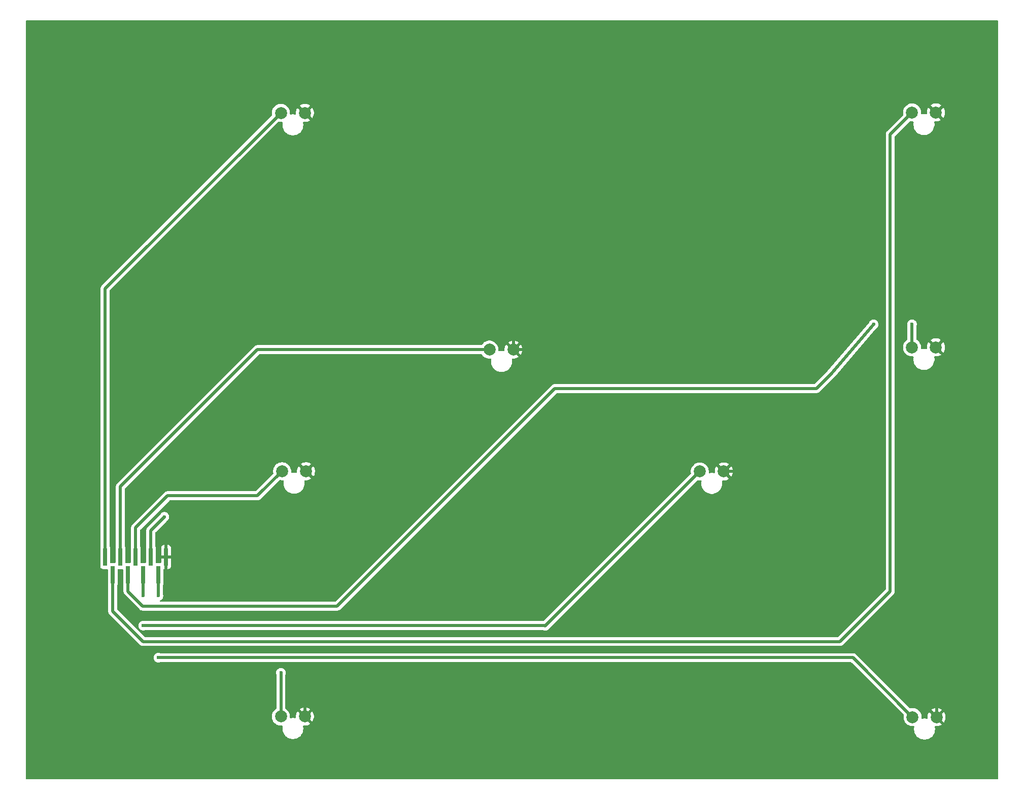
<source format=gbr>
%TF.GenerationSoftware,KiCad,Pcbnew,9.0.2*%
%TF.CreationDate,2025-06-04T15:30:10+02:00*%
%TF.ProjectId,Temp_Sensor_Circuit_Side2,54656d70-5f53-4656-9e73-6f725f436972,rev?*%
%TF.SameCoordinates,Original*%
%TF.FileFunction,Copper,L1,Top*%
%TF.FilePolarity,Positive*%
%FSLAX46Y46*%
G04 Gerber Fmt 4.6, Leading zero omitted, Abs format (unit mm)*
G04 Created by KiCad (PCBNEW 9.0.2) date 2025-06-04 15:30:10*
%MOMM*%
%LPD*%
G01*
G04 APERTURE LIST*
%TA.AperFunction,SMDPad,CuDef*%
%ADD10C,2.000000*%
%TD*%
%TA.AperFunction,SMDPad,CuDef*%
%ADD11R,0.650000X3.000000*%
%TD*%
%TA.AperFunction,ViaPad*%
%ADD12C,0.600000*%
%TD*%
%TA.AperFunction,Conductor*%
%ADD13C,0.500000*%
%TD*%
%TA.AperFunction,Conductor*%
%ADD14C,0.200000*%
%TD*%
G04 APERTURE END LIST*
D10*
%TO.P,U7,1*%
%TO.N,Net-(J2-Pin_3)*%
X78500000Y-154537500D03*
%TO.P,U7,2*%
%TO.N,GND*%
X82500000Y-154537500D03*
%TD*%
%TO.P,U8,1*%
%TO.N,Net-(J2-Pin_2)*%
X183900000Y-154637500D03*
%TO.P,U8,2*%
%TO.N,GND*%
X187900000Y-154637500D03*
%TD*%
%TO.P,U4,1*%
%TO.N,Net-(J2-Pin_6)*%
X183800000Y-92937500D03*
%TO.P,U4,2*%
%TO.N,GND*%
X187800000Y-92937500D03*
%TD*%
D11*
%TO.P,J2,1,Pin_1*%
%TO.N,GND*%
X59340000Y-127920000D03*
%TO.P,J2,2,Pin_2*%
%TO.N,Net-(J2-Pin_2)*%
X58070000Y-130920000D03*
%TO.P,J2,3,Pin_3*%
%TO.N,Net-(J2-Pin_3)*%
X56800000Y-127920000D03*
%TO.P,J2,4,Pin_4*%
%TO.N,Net-(J2-Pin_4)*%
X55530000Y-130920000D03*
%TO.P,J2,5,Pin_5*%
%TO.N,Net-(J2-Pin_5)*%
X54260000Y-127920000D03*
%TO.P,J2,6,Pin_6*%
%TO.N,Net-(J2-Pin_6)*%
X52990000Y-130920000D03*
%TO.P,J2,7,Pin_7*%
%TO.N,Net-(J2-Pin_7)*%
X51720000Y-127920000D03*
%TO.P,J2,8,Pin_8*%
%TO.N,Net-(J2-Pin_8)*%
X50450000Y-130920000D03*
%TO.P,J2,9,Pin_9*%
%TO.N,Net-(J2-Pin_9)*%
X49180000Y-127920000D03*
%TD*%
D10*
%TO.P,U1,1*%
%TO.N,Net-(J2-Pin_9)*%
X78500000Y-53800000D03*
%TO.P,U1,2*%
%TO.N,GND*%
X82500000Y-53800000D03*
%TD*%
%TO.P,U5,1*%
%TO.N,Net-(J2-Pin_5)*%
X78700000Y-113600000D03*
%TO.P,U5,2*%
%TO.N,GND*%
X82700000Y-113600000D03*
%TD*%
%TO.P,U6,1*%
%TO.N,Net-(J2-Pin_4)*%
X148400000Y-113637500D03*
%TO.P,U6,2*%
%TO.N,GND*%
X152400000Y-113637500D03*
%TD*%
%TO.P,U2,1*%
%TO.N,Net-(J2-Pin_8)*%
X183800000Y-53737500D03*
%TO.P,U2,2*%
%TO.N,GND*%
X187800000Y-53737500D03*
%TD*%
%TO.P,U3,1*%
%TO.N,Net-(J2-Pin_7)*%
X113300000Y-93300000D03*
%TO.P,U3,2*%
%TO.N,GND*%
X117300000Y-93300000D03*
%TD*%
D12*
%TO.N,GND*%
X150760000Y-103930000D03*
X106210000Y-95780000D03*
X178060000Y-112930000D03*
X82540000Y-124300000D03*
X82540000Y-151180000D03*
X182460000Y-112930000D03*
X106210000Y-91720000D03*
X150760000Y-95700000D03*
%TO.N,Net-(J2-Pin_6)*%
X183800000Y-89070000D03*
X177400000Y-89100000D03*
%TO.N,Net-(J2-Pin_4)*%
X55530000Y-139380000D03*
X55530000Y-134380000D03*
%TO.N,Net-(J2-Pin_3)*%
X78500000Y-147260000D03*
X59060000Y-121220000D03*
%TO.N,Net-(J2-Pin_2)*%
X58070000Y-144730000D03*
X58070000Y-134400000D03*
%TD*%
D13*
%TO.N,Net-(J2-Pin_6)*%
X170279000Y-97401000D02*
X177400000Y-89100000D01*
X167880000Y-99800000D02*
X170279000Y-97401000D01*
X87880000Y-136120000D02*
X124200000Y-99800000D01*
X55460000Y-136120000D02*
X87880000Y-136120000D01*
X52990000Y-133650000D02*
X55460000Y-136120000D01*
X124200000Y-99800000D02*
X167880000Y-99800000D01*
X52990000Y-130920000D02*
X52990000Y-133650000D01*
%TO.N,GND*%
X185840000Y-112930000D02*
X185840000Y-116540000D01*
X185840000Y-116540000D02*
X187900000Y-118600000D01*
X150760000Y-103930000D02*
X150760000Y-111997500D01*
X83940000Y-114840000D02*
X82700000Y-113600000D01*
X87150000Y-114840000D02*
X106210000Y-95780000D01*
X185840000Y-112930000D02*
X187905000Y-110865000D01*
X178060000Y-112930000D02*
X177352500Y-113637500D01*
X117300000Y-88600000D02*
X117300000Y-93300000D01*
D14*
X187900000Y-110870000D02*
X187905000Y-110865000D01*
D13*
X82540000Y-121140000D02*
X82540000Y-124300000D01*
X187900000Y-154637500D02*
X187900000Y-118600000D01*
X187800000Y-92937500D02*
X188800000Y-91937500D01*
X187800000Y-92937500D02*
X191560000Y-96697500D01*
X59340000Y-127920000D02*
X59340000Y-124870000D01*
X83940000Y-114840000D02*
X87150000Y-114840000D01*
X82540000Y-151180000D02*
X82540000Y-154497500D01*
X150760000Y-111997500D02*
X152400000Y-113637500D01*
X63070000Y-121140000D02*
X82540000Y-121140000D01*
X188800000Y-91937500D02*
X188800000Y-54737500D01*
X82540000Y-121140000D02*
X83940000Y-119740000D01*
X83940000Y-119740000D02*
X83940000Y-114840000D01*
X148360000Y-93300000D02*
X150760000Y-95700000D01*
X113290000Y-84640000D02*
X113340000Y-84640000D01*
X177352500Y-113637500D02*
X152400000Y-113637500D01*
X117300000Y-93300000D02*
X148360000Y-93300000D01*
X185840000Y-112930000D02*
X182460000Y-112930000D01*
X106210000Y-91720000D02*
X113290000Y-84640000D01*
X82500000Y-53800000D02*
X113340000Y-84640000D01*
X113340000Y-84640000D02*
X117300000Y-88600000D01*
X191560000Y-107210000D02*
X187905000Y-110865000D01*
X188800000Y-54737500D02*
X187800000Y-53737500D01*
X59340000Y-124870000D02*
X63070000Y-121140000D01*
X82540000Y-154497500D02*
X82500000Y-154537500D01*
X191560000Y-96697500D02*
X191560000Y-107210000D01*
%TO.N,Net-(J2-Pin_6)*%
X183800000Y-92937500D02*
X183800000Y-89070000D01*
%TO.N,Net-(J2-Pin_9)*%
X49180000Y-83120000D02*
X78500000Y-53800000D01*
X49180000Y-127920000D02*
X49180000Y-83120000D01*
%TO.N,Net-(J2-Pin_5)*%
X59599000Y-117701000D02*
X74599000Y-117701000D01*
X54260000Y-127920000D02*
X54260000Y-123040000D01*
X54260000Y-123040000D02*
X59599000Y-117701000D01*
X74599000Y-117701000D02*
X78700000Y-113600000D01*
%TO.N,Net-(J2-Pin_4)*%
X122597500Y-139440000D02*
X148400000Y-113637500D01*
D14*
X122537500Y-139380000D02*
X122597500Y-139440000D01*
D13*
X55530000Y-130920000D02*
X55530000Y-134380000D01*
X55530000Y-139380000D02*
X122537500Y-139380000D01*
%TO.N,Net-(J2-Pin_3)*%
X56800000Y-123480000D02*
X59060000Y-121220000D01*
X78500000Y-154537500D02*
X78500000Y-147260000D01*
X56800000Y-127920000D02*
X56800000Y-123480000D01*
%TO.N,Net-(J2-Pin_2)*%
X58070000Y-130920000D02*
X58070000Y-134400000D01*
X58070000Y-144730000D02*
X173992500Y-144730000D01*
X173992500Y-144730000D02*
X183900000Y-154637500D01*
%TO.N,Net-(J2-Pin_8)*%
X180177500Y-133642500D02*
X171790000Y-142030000D01*
X50450000Y-130920000D02*
X50450000Y-137010000D01*
X55470000Y-142030000D02*
X171790000Y-142030000D01*
X50450000Y-137010000D02*
X55470000Y-142030000D01*
X180177500Y-57360000D02*
X180177500Y-133642500D01*
X183800000Y-53737500D02*
X180177500Y-57360000D01*
%TO.N,Net-(J2-Pin_7)*%
X113300000Y-93300000D02*
X74600000Y-93300000D01*
X51720000Y-116180000D02*
X51720000Y-127920000D01*
X74600000Y-93300000D02*
X51720000Y-116180000D01*
%TD*%
%TA.AperFunction,Conductor*%
%TO.N,GND*%
G36*
X198092539Y-38370185D02*
G01*
X198138294Y-38422989D01*
X198149500Y-38474500D01*
X198149500Y-164925500D01*
X198129815Y-164992539D01*
X198077011Y-165038294D01*
X198025500Y-165049500D01*
X36074500Y-165049500D01*
X36007461Y-165029815D01*
X35961706Y-164977011D01*
X35950500Y-164925500D01*
X35950500Y-154419402D01*
X76999500Y-154419402D01*
X76999500Y-154655597D01*
X77036446Y-154888868D01*
X77109433Y-155113496D01*
X77162977Y-155218581D01*
X77216657Y-155323933D01*
X77355483Y-155515010D01*
X77522490Y-155682017D01*
X77713567Y-155820843D01*
X77723718Y-155826015D01*
X77924003Y-155928066D01*
X77924005Y-155928066D01*
X77924008Y-155928068D01*
X78044412Y-155967189D01*
X78148631Y-156001053D01*
X78381903Y-156038000D01*
X78381908Y-156038000D01*
X78618087Y-156038000D01*
X78618092Y-156038000D01*
X78642017Y-156034210D01*
X78711307Y-156043163D01*
X78764760Y-156088158D01*
X78785401Y-156154910D01*
X78781190Y-156188771D01*
X78779455Y-156195244D01*
X78779452Y-156195263D01*
X78749500Y-156422758D01*
X78749500Y-156652241D01*
X78762665Y-156752234D01*
X78779452Y-156879738D01*
X78806244Y-156979729D01*
X78838842Y-157101387D01*
X78926650Y-157313376D01*
X78926657Y-157313390D01*
X79041392Y-157512117D01*
X79181081Y-157694161D01*
X79181089Y-157694170D01*
X79343330Y-157856411D01*
X79343338Y-157856418D01*
X79525382Y-157996107D01*
X79525385Y-157996108D01*
X79525388Y-157996111D01*
X79724112Y-158110844D01*
X79724117Y-158110846D01*
X79724123Y-158110849D01*
X79815480Y-158148690D01*
X79936113Y-158198658D01*
X80157762Y-158258048D01*
X80385266Y-158288000D01*
X80385273Y-158288000D01*
X80614727Y-158288000D01*
X80614734Y-158288000D01*
X80842238Y-158258048D01*
X81063887Y-158198658D01*
X81275888Y-158110844D01*
X81474612Y-157996111D01*
X81656661Y-157856419D01*
X81656665Y-157856414D01*
X81656670Y-157856411D01*
X81818911Y-157694170D01*
X81818914Y-157694165D01*
X81818919Y-157694161D01*
X81958611Y-157512112D01*
X82073344Y-157313388D01*
X82161158Y-157101387D01*
X82220548Y-156879738D01*
X82250500Y-156652234D01*
X82250500Y-156422766D01*
X82220548Y-156195262D01*
X82218668Y-156188245D01*
X82220331Y-156118397D01*
X82259494Y-156060535D01*
X82323722Y-156033031D01*
X82357844Y-156033681D01*
X82381952Y-156037500D01*
X82618052Y-156037500D01*
X82851247Y-156000565D01*
X83075802Y-155927602D01*
X83286163Y-155820418D01*
X83286169Y-155820414D01*
X83369104Y-155760158D01*
X83369105Y-155760158D01*
X82323223Y-154714277D01*
X82146445Y-154537499D01*
X82853554Y-154537499D01*
X82853554Y-154537501D01*
X83722658Y-155406605D01*
X83722658Y-155406604D01*
X83782914Y-155323669D01*
X83782918Y-155323663D01*
X83890102Y-155113302D01*
X83963065Y-154888747D01*
X84000000Y-154655552D01*
X84000000Y-154419447D01*
X83963065Y-154186252D01*
X83890102Y-153961697D01*
X83782914Y-153751328D01*
X83722658Y-153668394D01*
X83722658Y-153668393D01*
X82853554Y-154537499D01*
X82146445Y-154537499D01*
X81277340Y-153668394D01*
X81217084Y-153751330D01*
X81109897Y-153961697D01*
X81036934Y-154186252D01*
X81000000Y-154419447D01*
X81000000Y-154655550D01*
X81003818Y-154679661D01*
X80994861Y-154748954D01*
X80949863Y-154802404D01*
X80883111Y-154823042D01*
X80849258Y-154818832D01*
X80842250Y-154816954D01*
X80842240Y-154816952D01*
X80842238Y-154816952D01*
X80791681Y-154810296D01*
X80614741Y-154787000D01*
X80614734Y-154787000D01*
X80385266Y-154787000D01*
X80385258Y-154787000D01*
X80183040Y-154813624D01*
X80157762Y-154816952D01*
X80157760Y-154816952D01*
X80157744Y-154816955D01*
X80151271Y-154818690D01*
X80081421Y-154817024D01*
X80023560Y-154777859D01*
X79996059Y-154713629D01*
X79996709Y-154679521D01*
X80000500Y-154655592D01*
X80000500Y-154419408D01*
X80000500Y-154419402D01*
X79963553Y-154186131D01*
X79890566Y-153961503D01*
X79834002Y-153850491D01*
X79783343Y-153751067D01*
X79644517Y-153559990D01*
X79477510Y-153392983D01*
X79369956Y-153314840D01*
X81630894Y-153314840D01*
X82500000Y-154183946D01*
X82500001Y-154183946D01*
X83369105Y-153314840D01*
X83369104Y-153314838D01*
X83286174Y-153254587D01*
X83075802Y-153147397D01*
X82851247Y-153074434D01*
X82851248Y-153074434D01*
X82618052Y-153037500D01*
X82381948Y-153037500D01*
X82148752Y-153074434D01*
X81924197Y-153147397D01*
X81713830Y-153254584D01*
X81630894Y-153314840D01*
X79369956Y-153314840D01*
X79369953Y-153314838D01*
X79301614Y-153265186D01*
X79258949Y-153209855D01*
X79250500Y-153164868D01*
X79250500Y-147564604D01*
X79259939Y-147517151D01*
X79269737Y-147493497D01*
X79300500Y-147338842D01*
X79300500Y-147181158D01*
X79300500Y-147181155D01*
X79300499Y-147181153D01*
X79269738Y-147026510D01*
X79269737Y-147026503D01*
X79269735Y-147026498D01*
X79209397Y-146880827D01*
X79209390Y-146880814D01*
X79121789Y-146749711D01*
X79121786Y-146749707D01*
X79010292Y-146638213D01*
X79010288Y-146638210D01*
X78879185Y-146550609D01*
X78879172Y-146550602D01*
X78733501Y-146490264D01*
X78733489Y-146490261D01*
X78578845Y-146459500D01*
X78578842Y-146459500D01*
X78421158Y-146459500D01*
X78421155Y-146459500D01*
X78266510Y-146490261D01*
X78266498Y-146490264D01*
X78120827Y-146550602D01*
X78120814Y-146550609D01*
X77989711Y-146638210D01*
X77989707Y-146638213D01*
X77878213Y-146749707D01*
X77878210Y-146749711D01*
X77790609Y-146880814D01*
X77790602Y-146880827D01*
X77730264Y-147026498D01*
X77730261Y-147026510D01*
X77699500Y-147181153D01*
X77699500Y-147338846D01*
X77730261Y-147493489D01*
X77730263Y-147493497D01*
X77740061Y-147517151D01*
X77749500Y-147564604D01*
X77749500Y-153164868D01*
X77729815Y-153231907D01*
X77698386Y-153265186D01*
X77522488Y-153392984D01*
X77355485Y-153559987D01*
X77355485Y-153559988D01*
X77355483Y-153559990D01*
X77295862Y-153642050D01*
X77216657Y-153751066D01*
X77109433Y-153961503D01*
X77036446Y-154186131D01*
X76999500Y-154419402D01*
X35950500Y-154419402D01*
X35950500Y-144651153D01*
X57269500Y-144651153D01*
X57269500Y-144808846D01*
X57300261Y-144963489D01*
X57300264Y-144963501D01*
X57360602Y-145109172D01*
X57360609Y-145109185D01*
X57448210Y-145240288D01*
X57448213Y-145240292D01*
X57559707Y-145351786D01*
X57559711Y-145351789D01*
X57690814Y-145439390D01*
X57690827Y-145439397D01*
X57790060Y-145480500D01*
X57836503Y-145499737D01*
X57991153Y-145530499D01*
X57991156Y-145530500D01*
X57991158Y-145530500D01*
X58148844Y-145530500D01*
X58148845Y-145530499D01*
X58225152Y-145515320D01*
X58303488Y-145499739D01*
X58303489Y-145499738D01*
X58303497Y-145499737D01*
X58327155Y-145489937D01*
X58374604Y-145480500D01*
X173630270Y-145480500D01*
X173697309Y-145500185D01*
X173717951Y-145516819D01*
X182398719Y-154197587D01*
X182432204Y-154258910D01*
X182433511Y-154304666D01*
X182399500Y-154519402D01*
X182399500Y-154755597D01*
X182436446Y-154988868D01*
X182509433Y-155213496D01*
X182595858Y-155383113D01*
X182616657Y-155423933D01*
X182755483Y-155615010D01*
X182922490Y-155782017D01*
X183113567Y-155920843D01*
X183212991Y-155971502D01*
X183324003Y-156028066D01*
X183324005Y-156028066D01*
X183324008Y-156028068D01*
X183420244Y-156059337D01*
X183548631Y-156101053D01*
X183781903Y-156138000D01*
X183781908Y-156138000D01*
X184018087Y-156138000D01*
X184018092Y-156138000D01*
X184042017Y-156134210D01*
X184111307Y-156143163D01*
X184164760Y-156188158D01*
X184185401Y-156254910D01*
X184181190Y-156288771D01*
X184179455Y-156295244D01*
X184179452Y-156295263D01*
X184149500Y-156522758D01*
X184149500Y-156752241D01*
X184172797Y-156929190D01*
X184179452Y-156979738D01*
X184215873Y-157115663D01*
X184238842Y-157201387D01*
X184326650Y-157413376D01*
X184326656Y-157413388D01*
X184436055Y-157602874D01*
X184441392Y-157612117D01*
X184581081Y-157794161D01*
X184581089Y-157794170D01*
X184743330Y-157956411D01*
X184743338Y-157956418D01*
X184925382Y-158096107D01*
X184925385Y-158096108D01*
X184925388Y-158096111D01*
X185124112Y-158210844D01*
X185124117Y-158210846D01*
X185124123Y-158210849D01*
X185215480Y-158248690D01*
X185336113Y-158298658D01*
X185557762Y-158358048D01*
X185785266Y-158388000D01*
X185785273Y-158388000D01*
X186014727Y-158388000D01*
X186014734Y-158388000D01*
X186242238Y-158358048D01*
X186463887Y-158298658D01*
X186675888Y-158210844D01*
X186874612Y-158096111D01*
X187056661Y-157956419D01*
X187056665Y-157956414D01*
X187056670Y-157956411D01*
X187218911Y-157794170D01*
X187218914Y-157794165D01*
X187218919Y-157794161D01*
X187358611Y-157612112D01*
X187473344Y-157413388D01*
X187561158Y-157201387D01*
X187620548Y-156979738D01*
X187650500Y-156752234D01*
X187650500Y-156522766D01*
X187620548Y-156295262D01*
X187618668Y-156288245D01*
X187620331Y-156218397D01*
X187659494Y-156160535D01*
X187723722Y-156133031D01*
X187757844Y-156133681D01*
X187781952Y-156137500D01*
X188018052Y-156137500D01*
X188251247Y-156100565D01*
X188475802Y-156027602D01*
X188686163Y-155920418D01*
X188686169Y-155920414D01*
X188769104Y-155860158D01*
X188769105Y-155860158D01*
X187723223Y-154814277D01*
X187546445Y-154637499D01*
X188253554Y-154637499D01*
X188253554Y-154637501D01*
X189122658Y-155506605D01*
X189122658Y-155506604D01*
X189182914Y-155423669D01*
X189182918Y-155423663D01*
X189290102Y-155213302D01*
X189363065Y-154988747D01*
X189400000Y-154755552D01*
X189400000Y-154519447D01*
X189363065Y-154286252D01*
X189290102Y-154061697D01*
X189182914Y-153851328D01*
X189122658Y-153768394D01*
X189122658Y-153768393D01*
X188253554Y-154637499D01*
X187546445Y-154637499D01*
X186677340Y-153768394D01*
X186617084Y-153851330D01*
X186509897Y-154061697D01*
X186436934Y-154286252D01*
X186400000Y-154519447D01*
X186400000Y-154755550D01*
X186403818Y-154779661D01*
X186394861Y-154848954D01*
X186349863Y-154902404D01*
X186283111Y-154923042D01*
X186249258Y-154918832D01*
X186242250Y-154916954D01*
X186242240Y-154916952D01*
X186242238Y-154916952D01*
X186191681Y-154910296D01*
X186014741Y-154887000D01*
X186014734Y-154887000D01*
X185785266Y-154887000D01*
X185785258Y-154887000D01*
X185583040Y-154913624D01*
X185557762Y-154916952D01*
X185557760Y-154916952D01*
X185557744Y-154916955D01*
X185551271Y-154918690D01*
X185481421Y-154917024D01*
X185423560Y-154877859D01*
X185396059Y-154813629D01*
X185396709Y-154779521D01*
X185400500Y-154755592D01*
X185400500Y-154519408D01*
X185400500Y-154519402D01*
X185363553Y-154286131D01*
X185290566Y-154061503D01*
X185183477Y-153851330D01*
X185183343Y-153851067D01*
X185044517Y-153659990D01*
X184877510Y-153492983D01*
X184769956Y-153414840D01*
X187030894Y-153414840D01*
X187900000Y-154283946D01*
X187900001Y-154283946D01*
X188769105Y-153414840D01*
X188769104Y-153414838D01*
X188686174Y-153354587D01*
X188475802Y-153247397D01*
X188251247Y-153174434D01*
X188251248Y-153174434D01*
X188018052Y-153137500D01*
X187781948Y-153137500D01*
X187548752Y-153174434D01*
X187324197Y-153247397D01*
X187113830Y-153354584D01*
X187030894Y-153414840D01*
X184769956Y-153414840D01*
X184686433Y-153354157D01*
X184475996Y-153246933D01*
X184251368Y-153173946D01*
X184018097Y-153137000D01*
X184018092Y-153137000D01*
X183781908Y-153137000D01*
X183781903Y-153137000D01*
X183567166Y-153171011D01*
X183497872Y-153162056D01*
X183460087Y-153136219D01*
X174470921Y-144147052D01*
X174470914Y-144147046D01*
X174397229Y-144097812D01*
X174397229Y-144097813D01*
X174347991Y-144064913D01*
X174211417Y-144008343D01*
X174211407Y-144008340D01*
X174066420Y-143979500D01*
X174066418Y-143979500D01*
X58374604Y-143979500D01*
X58327155Y-143970062D01*
X58303497Y-143960263D01*
X58303493Y-143960262D01*
X58303488Y-143960260D01*
X58148845Y-143929500D01*
X58148842Y-143929500D01*
X57991158Y-143929500D01*
X57991155Y-143929500D01*
X57836510Y-143960261D01*
X57836498Y-143960264D01*
X57690827Y-144020602D01*
X57690814Y-144020609D01*
X57559711Y-144108210D01*
X57559707Y-144108213D01*
X57448213Y-144219707D01*
X57448210Y-144219711D01*
X57360609Y-144350814D01*
X57360602Y-144350827D01*
X57300264Y-144496498D01*
X57300261Y-144496510D01*
X57269500Y-144651153D01*
X35950500Y-144651153D01*
X35950500Y-126372135D01*
X48354500Y-126372135D01*
X48354500Y-129467870D01*
X48354501Y-129467876D01*
X48360908Y-129527483D01*
X48411202Y-129662328D01*
X48411206Y-129662335D01*
X48497452Y-129777544D01*
X48497455Y-129777547D01*
X48612664Y-129863793D01*
X48612671Y-129863797D01*
X48657618Y-129880561D01*
X48747517Y-129914091D01*
X48807127Y-129920500D01*
X49500500Y-129920499D01*
X49567539Y-129940183D01*
X49613294Y-129992987D01*
X49624500Y-130044499D01*
X49624500Y-132467870D01*
X49624501Y-132467876D01*
X49630908Y-132527483D01*
X49681203Y-132662330D01*
X49684329Y-132668054D01*
X49699500Y-132727486D01*
X49699500Y-137083918D01*
X49699500Y-137083920D01*
X49699499Y-137083920D01*
X49728340Y-137228907D01*
X49728343Y-137228917D01*
X49784914Y-137365492D01*
X49817812Y-137414727D01*
X49817813Y-137414730D01*
X49867046Y-137488414D01*
X49867052Y-137488421D01*
X54887049Y-142508416D01*
X54991583Y-142612950D01*
X54991585Y-142612952D01*
X55114498Y-142695080D01*
X55114511Y-142695087D01*
X55251082Y-142751656D01*
X55251087Y-142751658D01*
X55251091Y-142751658D01*
X55251092Y-142751659D01*
X55396079Y-142780500D01*
X55396082Y-142780500D01*
X171863920Y-142780500D01*
X171961462Y-142761096D01*
X172008913Y-142751658D01*
X172145495Y-142695084D01*
X172194729Y-142662186D01*
X172268416Y-142612952D01*
X180760451Y-134120916D01*
X180842584Y-133997995D01*
X180899158Y-133861413D01*
X180928000Y-133716418D01*
X180928000Y-133568583D01*
X180928000Y-92819402D01*
X182299500Y-92819402D01*
X182299500Y-93055597D01*
X182336446Y-93288868D01*
X182409433Y-93513496D01*
X182500311Y-93691852D01*
X182516657Y-93723933D01*
X182655483Y-93915010D01*
X182822490Y-94082017D01*
X183013567Y-94220843D01*
X183040618Y-94234626D01*
X183224003Y-94328066D01*
X183224005Y-94328066D01*
X183224008Y-94328068D01*
X183291117Y-94349873D01*
X183448631Y-94401053D01*
X183681903Y-94438000D01*
X183681908Y-94438000D01*
X183918087Y-94438000D01*
X183918092Y-94438000D01*
X183942017Y-94434210D01*
X184011307Y-94443163D01*
X184064760Y-94488158D01*
X184085401Y-94554910D01*
X184081190Y-94588771D01*
X184079455Y-94595244D01*
X184079452Y-94595263D01*
X184049500Y-94822758D01*
X184049500Y-95052241D01*
X184067013Y-95185258D01*
X184079452Y-95279738D01*
X184079453Y-95279740D01*
X184138842Y-95501387D01*
X184226650Y-95713376D01*
X184226657Y-95713390D01*
X184341392Y-95912117D01*
X184481081Y-96094161D01*
X184481089Y-96094170D01*
X184643330Y-96256411D01*
X184643338Y-96256418D01*
X184643339Y-96256419D01*
X184667055Y-96274617D01*
X184825382Y-96396107D01*
X184825385Y-96396108D01*
X184825388Y-96396111D01*
X185024112Y-96510844D01*
X185024117Y-96510846D01*
X185024123Y-96510849D01*
X185034087Y-96514976D01*
X185236113Y-96598658D01*
X185457762Y-96658048D01*
X185685266Y-96688000D01*
X185685273Y-96688000D01*
X185914727Y-96688000D01*
X185914734Y-96688000D01*
X186142238Y-96658048D01*
X186363887Y-96598658D01*
X186575888Y-96510844D01*
X186774612Y-96396111D01*
X186956661Y-96256419D01*
X186956665Y-96256414D01*
X186956670Y-96256411D01*
X187118911Y-96094170D01*
X187118914Y-96094165D01*
X187118919Y-96094161D01*
X187258611Y-95912112D01*
X187373344Y-95713388D01*
X187461158Y-95501387D01*
X187520548Y-95279738D01*
X187550500Y-95052234D01*
X187550500Y-94822766D01*
X187520548Y-94595262D01*
X187518668Y-94588245D01*
X187520331Y-94518397D01*
X187559494Y-94460535D01*
X187623722Y-94433031D01*
X187657844Y-94433681D01*
X187681952Y-94437500D01*
X187918052Y-94437500D01*
X188151247Y-94400565D01*
X188375802Y-94327602D01*
X188586163Y-94220418D01*
X188586169Y-94220414D01*
X188669104Y-94160158D01*
X188669105Y-94160158D01*
X187623223Y-93114277D01*
X187446445Y-92937499D01*
X188153554Y-92937499D01*
X188153554Y-92937501D01*
X189022658Y-93806605D01*
X189022658Y-93806604D01*
X189082914Y-93723669D01*
X189082918Y-93723663D01*
X189190102Y-93513302D01*
X189263065Y-93288747D01*
X189300000Y-93055552D01*
X189300000Y-92819447D01*
X189263065Y-92586252D01*
X189190102Y-92361697D01*
X189082914Y-92151328D01*
X189022658Y-92068394D01*
X189022658Y-92068393D01*
X188153554Y-92937499D01*
X187446445Y-92937499D01*
X186577340Y-92068394D01*
X186517084Y-92151330D01*
X186409897Y-92361697D01*
X186336934Y-92586252D01*
X186300000Y-92819447D01*
X186300000Y-93055550D01*
X186303818Y-93079661D01*
X186294861Y-93148954D01*
X186249863Y-93202404D01*
X186183111Y-93223042D01*
X186149258Y-93218832D01*
X186142250Y-93216954D01*
X186142240Y-93216952D01*
X186142238Y-93216952D01*
X186091681Y-93210296D01*
X185914741Y-93187000D01*
X185914734Y-93187000D01*
X185685266Y-93187000D01*
X185685258Y-93187000D01*
X185483040Y-93213624D01*
X185457762Y-93216952D01*
X185457760Y-93216952D01*
X185457744Y-93216955D01*
X185451271Y-93218690D01*
X185381421Y-93217024D01*
X185323560Y-93177859D01*
X185296059Y-93113629D01*
X185296709Y-93079521D01*
X185300500Y-93055592D01*
X185300500Y-92819408D01*
X185300500Y-92819402D01*
X185263553Y-92586131D01*
X185213113Y-92430894D01*
X185190568Y-92361508D01*
X185190566Y-92361505D01*
X185190566Y-92361503D01*
X185085593Y-92155483D01*
X185083343Y-92151067D01*
X184944517Y-91959990D01*
X184777510Y-91792983D01*
X184669956Y-91714840D01*
X186930894Y-91714840D01*
X187800000Y-92583946D01*
X187800001Y-92583946D01*
X188669105Y-91714840D01*
X188669104Y-91714838D01*
X188586174Y-91654587D01*
X188375802Y-91547397D01*
X188151247Y-91474434D01*
X188151248Y-91474434D01*
X187918052Y-91437500D01*
X187681948Y-91437500D01*
X187448752Y-91474434D01*
X187224197Y-91547397D01*
X187013830Y-91654584D01*
X186930894Y-91714840D01*
X184669956Y-91714840D01*
X184669953Y-91714838D01*
X184601614Y-91665186D01*
X184558949Y-91609855D01*
X184550500Y-91564868D01*
X184550500Y-89374604D01*
X184559939Y-89327151D01*
X184569737Y-89303497D01*
X184600500Y-89148842D01*
X184600500Y-88991158D01*
X184600500Y-88991155D01*
X184600499Y-88991153D01*
X184569737Y-88836503D01*
X184569735Y-88836498D01*
X184509397Y-88690827D01*
X184509390Y-88690814D01*
X184421789Y-88559711D01*
X184421786Y-88559707D01*
X184310292Y-88448213D01*
X184310288Y-88448210D01*
X184179185Y-88360609D01*
X184179172Y-88360602D01*
X184033501Y-88300264D01*
X184033489Y-88300261D01*
X183878845Y-88269500D01*
X183878842Y-88269500D01*
X183721158Y-88269500D01*
X183721155Y-88269500D01*
X183566510Y-88300261D01*
X183566498Y-88300264D01*
X183420827Y-88360602D01*
X183420814Y-88360609D01*
X183289711Y-88448210D01*
X183289707Y-88448213D01*
X183178213Y-88559707D01*
X183178210Y-88559711D01*
X183090609Y-88690814D01*
X183090602Y-88690827D01*
X183030264Y-88836498D01*
X183030261Y-88836510D01*
X182999500Y-88991153D01*
X182999500Y-89148846D01*
X183030261Y-89303489D01*
X183030263Y-89303497D01*
X183040061Y-89327151D01*
X183049500Y-89374604D01*
X183049500Y-91564868D01*
X183029815Y-91631907D01*
X182998386Y-91665186D01*
X182822488Y-91792984D01*
X182655485Y-91959987D01*
X182655485Y-91959988D01*
X182655483Y-91959990D01*
X182595862Y-92042050D01*
X182516657Y-92151066D01*
X182409433Y-92361503D01*
X182336446Y-92586131D01*
X182299500Y-92819402D01*
X180928000Y-92819402D01*
X180928000Y-57722228D01*
X180947685Y-57655189D01*
X180964314Y-57634552D01*
X183360087Y-55238778D01*
X183421408Y-55205295D01*
X183467163Y-55203988D01*
X183502789Y-55209630D01*
X183681903Y-55238000D01*
X183681908Y-55238000D01*
X183918087Y-55238000D01*
X183918092Y-55238000D01*
X183942017Y-55234210D01*
X184011307Y-55243163D01*
X184064760Y-55288158D01*
X184085401Y-55354910D01*
X184081190Y-55388771D01*
X184079455Y-55395244D01*
X184079452Y-55395263D01*
X184049500Y-55622758D01*
X184049500Y-55852241D01*
X184057728Y-55914734D01*
X184079452Y-56079738D01*
X184115873Y-56215663D01*
X184138842Y-56301387D01*
X184226650Y-56513376D01*
X184226657Y-56513390D01*
X184341392Y-56712117D01*
X184481081Y-56894161D01*
X184481089Y-56894170D01*
X184643330Y-57056411D01*
X184643338Y-57056418D01*
X184825382Y-57196107D01*
X184825385Y-57196108D01*
X184825388Y-57196111D01*
X185024112Y-57310844D01*
X185024117Y-57310846D01*
X185024123Y-57310849D01*
X185115480Y-57348690D01*
X185236113Y-57398658D01*
X185457762Y-57458048D01*
X185685266Y-57488000D01*
X185685273Y-57488000D01*
X185914727Y-57488000D01*
X185914734Y-57488000D01*
X186142238Y-57458048D01*
X186363887Y-57398658D01*
X186575888Y-57310844D01*
X186774612Y-57196111D01*
X186956661Y-57056419D01*
X186956665Y-57056414D01*
X186956670Y-57056411D01*
X187118911Y-56894170D01*
X187118916Y-56894164D01*
X187118919Y-56894161D01*
X187258611Y-56712112D01*
X187373344Y-56513388D01*
X187461158Y-56301387D01*
X187520548Y-56079738D01*
X187550500Y-55852234D01*
X187550500Y-55622766D01*
X187520548Y-55395262D01*
X187518668Y-55388245D01*
X187520331Y-55318397D01*
X187559494Y-55260535D01*
X187623722Y-55233031D01*
X187657844Y-55233681D01*
X187681952Y-55237500D01*
X187918052Y-55237500D01*
X188151247Y-55200565D01*
X188375802Y-55127602D01*
X188586163Y-55020418D01*
X188586169Y-55020414D01*
X188669104Y-54960158D01*
X188669105Y-54960158D01*
X187623223Y-53914277D01*
X187446445Y-53737499D01*
X188153554Y-53737499D01*
X188153554Y-53737501D01*
X189022658Y-54606605D01*
X189022658Y-54606604D01*
X189082914Y-54523669D01*
X189082918Y-54523663D01*
X189190102Y-54313302D01*
X189263065Y-54088747D01*
X189300000Y-53855552D01*
X189300000Y-53619447D01*
X189263065Y-53386252D01*
X189190102Y-53161697D01*
X189082914Y-52951328D01*
X189022658Y-52868394D01*
X189022658Y-52868393D01*
X188153554Y-53737499D01*
X187446445Y-53737499D01*
X186577340Y-52868394D01*
X186517084Y-52951330D01*
X186409897Y-53161697D01*
X186336934Y-53386252D01*
X186300000Y-53619447D01*
X186300000Y-53855550D01*
X186303818Y-53879661D01*
X186294861Y-53948954D01*
X186249863Y-54002404D01*
X186183111Y-54023042D01*
X186149258Y-54018832D01*
X186142250Y-54016954D01*
X186142240Y-54016952D01*
X186142238Y-54016952D01*
X186091681Y-54010296D01*
X185914741Y-53987000D01*
X185914734Y-53987000D01*
X185685266Y-53987000D01*
X185685258Y-53987000D01*
X185483040Y-54013624D01*
X185457762Y-54016952D01*
X185457760Y-54016952D01*
X185457744Y-54016955D01*
X185451271Y-54018690D01*
X185381421Y-54017024D01*
X185323560Y-53977859D01*
X185296059Y-53913629D01*
X185296709Y-53879521D01*
X185300500Y-53855592D01*
X185300500Y-53619408D01*
X185300500Y-53619402D01*
X185263553Y-53386131D01*
X185210937Y-53224197D01*
X185190568Y-53161508D01*
X185190566Y-53161505D01*
X185190566Y-53161503D01*
X185083477Y-52951330D01*
X185083343Y-52951067D01*
X184944517Y-52759990D01*
X184777510Y-52592983D01*
X184669956Y-52514840D01*
X186930894Y-52514840D01*
X187800000Y-53383946D01*
X187800001Y-53383946D01*
X188669105Y-52514840D01*
X188669104Y-52514838D01*
X188586174Y-52454587D01*
X188375802Y-52347397D01*
X188151247Y-52274434D01*
X188151248Y-52274434D01*
X187918052Y-52237500D01*
X187681948Y-52237500D01*
X187448752Y-52274434D01*
X187224197Y-52347397D01*
X187013830Y-52454584D01*
X186930894Y-52514840D01*
X184669956Y-52514840D01*
X184586433Y-52454157D01*
X184375996Y-52346933D01*
X184151368Y-52273946D01*
X183918097Y-52237000D01*
X183918092Y-52237000D01*
X183681908Y-52237000D01*
X183681903Y-52237000D01*
X183448631Y-52273946D01*
X183224003Y-52346933D01*
X183013566Y-52454157D01*
X182904550Y-52533362D01*
X182822490Y-52592983D01*
X182822488Y-52592985D01*
X182822487Y-52592985D01*
X182655485Y-52759987D01*
X182655485Y-52759988D01*
X182655483Y-52759990D01*
X182610074Y-52822490D01*
X182516657Y-52951066D01*
X182409433Y-53161503D01*
X182336446Y-53386131D01*
X182299500Y-53619402D01*
X182299500Y-53855597D01*
X182333511Y-54070333D01*
X182324556Y-54139626D01*
X182298719Y-54177412D01*
X179594550Y-56881581D01*
X179594549Y-56881581D01*
X179586144Y-56894162D01*
X179586143Y-56894164D01*
X179512413Y-57004508D01*
X179455843Y-57141082D01*
X179455840Y-57141092D01*
X179427000Y-57286079D01*
X179427000Y-133280270D01*
X179407315Y-133347309D01*
X179390681Y-133367951D01*
X171515451Y-141243181D01*
X171454128Y-141276666D01*
X171427770Y-141279500D01*
X55832229Y-141279500D01*
X55765190Y-141259815D01*
X55744548Y-141243181D01*
X53884114Y-139382747D01*
X53802520Y-139301153D01*
X54729500Y-139301153D01*
X54729500Y-139458846D01*
X54760261Y-139613489D01*
X54760264Y-139613501D01*
X54820602Y-139759172D01*
X54820609Y-139759185D01*
X54908210Y-139890288D01*
X54908213Y-139890292D01*
X55019707Y-140001786D01*
X55019711Y-140001789D01*
X55150814Y-140089390D01*
X55150827Y-140089397D01*
X55250060Y-140130500D01*
X55296503Y-140149737D01*
X55451153Y-140180499D01*
X55451156Y-140180500D01*
X55451158Y-140180500D01*
X55608844Y-140180500D01*
X55608845Y-140180499D01*
X55685152Y-140165320D01*
X55763488Y-140149739D01*
X55763489Y-140149738D01*
X55763497Y-140149737D01*
X55787155Y-140139937D01*
X55834604Y-140130500D01*
X122278701Y-140130500D01*
X122326153Y-140139938D01*
X122378588Y-140161658D01*
X122378592Y-140161658D01*
X122378593Y-140161659D01*
X122523580Y-140190500D01*
X122523583Y-140190500D01*
X122671419Y-140190500D01*
X122768961Y-140171096D01*
X122816412Y-140161658D01*
X122952994Y-140105084D01*
X123075916Y-140022952D01*
X147960087Y-115138778D01*
X148021408Y-115105295D01*
X148067163Y-115103988D01*
X148077739Y-115105663D01*
X148281903Y-115138000D01*
X148281908Y-115138000D01*
X148518087Y-115138000D01*
X148518092Y-115138000D01*
X148542017Y-115134210D01*
X148611307Y-115143163D01*
X148664760Y-115188158D01*
X148685401Y-115254910D01*
X148681190Y-115288771D01*
X148679455Y-115295244D01*
X148679452Y-115295263D01*
X148649500Y-115522758D01*
X148649500Y-115522766D01*
X148649500Y-115539465D01*
X148649500Y-115752234D01*
X148679452Y-115979738D01*
X148715873Y-116115663D01*
X148738842Y-116201387D01*
X148826650Y-116413376D01*
X148826657Y-116413390D01*
X148941392Y-116612117D01*
X149081081Y-116794161D01*
X149081089Y-116794170D01*
X149243330Y-116956411D01*
X149243338Y-116956418D01*
X149425382Y-117096107D01*
X149425385Y-117096108D01*
X149425388Y-117096111D01*
X149624112Y-117210844D01*
X149624117Y-117210846D01*
X149624123Y-117210849D01*
X149715480Y-117248690D01*
X149836113Y-117298658D01*
X150057762Y-117358048D01*
X150285266Y-117388000D01*
X150285273Y-117388000D01*
X150514727Y-117388000D01*
X150514734Y-117388000D01*
X150742238Y-117358048D01*
X150963887Y-117298658D01*
X151175888Y-117210844D01*
X151374612Y-117096111D01*
X151556661Y-116956419D01*
X151556665Y-116956414D01*
X151556670Y-116956411D01*
X151718911Y-116794170D01*
X151718914Y-116794165D01*
X151718919Y-116794161D01*
X151858611Y-116612112D01*
X151973344Y-116413388D01*
X152061158Y-116201387D01*
X152120548Y-115979738D01*
X152150500Y-115752234D01*
X152150500Y-115522766D01*
X152120548Y-115295262D01*
X152118668Y-115288245D01*
X152120331Y-115218397D01*
X152159494Y-115160535D01*
X152223722Y-115133031D01*
X152257844Y-115133681D01*
X152281952Y-115137500D01*
X152518052Y-115137500D01*
X152751247Y-115100565D01*
X152975802Y-115027602D01*
X153186163Y-114920418D01*
X153186169Y-114920414D01*
X153269104Y-114860158D01*
X153269105Y-114860158D01*
X152223223Y-113814277D01*
X152046445Y-113637499D01*
X152753554Y-113637499D01*
X152753554Y-113637501D01*
X153622658Y-114506605D01*
X153622658Y-114506604D01*
X153682914Y-114423669D01*
X153682918Y-114423663D01*
X153790102Y-114213302D01*
X153863065Y-113988747D01*
X153900000Y-113755552D01*
X153900000Y-113519447D01*
X153863065Y-113286252D01*
X153790102Y-113061697D01*
X153682914Y-112851328D01*
X153622658Y-112768394D01*
X153622658Y-112768393D01*
X152753554Y-113637499D01*
X152046445Y-113637499D01*
X151177340Y-112768394D01*
X151117084Y-112851330D01*
X151009897Y-113061697D01*
X150936934Y-113286252D01*
X150900000Y-113519447D01*
X150900000Y-113755550D01*
X150903818Y-113779661D01*
X150894861Y-113848954D01*
X150849863Y-113902404D01*
X150783111Y-113923042D01*
X150749258Y-113918832D01*
X150742250Y-113916954D01*
X150742240Y-113916952D01*
X150742238Y-113916952D01*
X150691681Y-113910296D01*
X150514741Y-113887000D01*
X150514734Y-113887000D01*
X150285266Y-113887000D01*
X150285258Y-113887000D01*
X150083040Y-113913624D01*
X150057762Y-113916952D01*
X150057760Y-113916952D01*
X150057744Y-113916955D01*
X150051271Y-113918690D01*
X149981421Y-113917024D01*
X149923560Y-113877859D01*
X149896059Y-113813629D01*
X149896709Y-113779521D01*
X149900500Y-113755592D01*
X149900500Y-113519408D01*
X149900500Y-113519402D01*
X149863553Y-113286131D01*
X149790566Y-113061503D01*
X149683477Y-112851330D01*
X149683343Y-112851067D01*
X149544517Y-112659990D01*
X149377510Y-112492983D01*
X149269956Y-112414840D01*
X151530894Y-112414840D01*
X152400000Y-113283946D01*
X152400001Y-113283946D01*
X153269105Y-112414840D01*
X153269104Y-112414838D01*
X153186174Y-112354587D01*
X152975802Y-112247397D01*
X152751247Y-112174434D01*
X152751248Y-112174434D01*
X152518052Y-112137500D01*
X152281948Y-112137500D01*
X152048752Y-112174434D01*
X151824197Y-112247397D01*
X151613830Y-112354584D01*
X151530894Y-112414840D01*
X149269956Y-112414840D01*
X149186433Y-112354157D01*
X148975996Y-112246933D01*
X148751368Y-112173946D01*
X148518097Y-112137000D01*
X148518092Y-112137000D01*
X148281908Y-112137000D01*
X148281903Y-112137000D01*
X148048631Y-112173946D01*
X147824003Y-112246933D01*
X147613566Y-112354157D01*
X147581658Y-112377340D01*
X147422490Y-112492983D01*
X147422488Y-112492985D01*
X147422487Y-112492985D01*
X147255485Y-112659987D01*
X147255485Y-112659988D01*
X147255483Y-112659990D01*
X147203969Y-112730893D01*
X147116657Y-112851066D01*
X147009433Y-113061503D01*
X146936446Y-113286131D01*
X146899500Y-113519402D01*
X146899500Y-113755597D01*
X146933511Y-113970333D01*
X146924556Y-114039626D01*
X146898719Y-114077412D01*
X122382951Y-138593181D01*
X122321628Y-138626666D01*
X122295270Y-138629500D01*
X55834604Y-138629500D01*
X55787155Y-138620062D01*
X55763497Y-138610263D01*
X55763493Y-138610262D01*
X55763488Y-138610260D01*
X55608845Y-138579500D01*
X55608842Y-138579500D01*
X55451158Y-138579500D01*
X55451155Y-138579500D01*
X55296510Y-138610261D01*
X55296498Y-138610264D01*
X55150827Y-138670602D01*
X55150814Y-138670609D01*
X55019711Y-138758210D01*
X55019707Y-138758213D01*
X54908213Y-138869707D01*
X54908210Y-138869711D01*
X54820609Y-139000814D01*
X54820602Y-139000827D01*
X54760264Y-139146498D01*
X54760261Y-139146510D01*
X54729500Y-139301153D01*
X53802520Y-139301153D01*
X53371078Y-138869711D01*
X51236819Y-136735451D01*
X51203334Y-136674128D01*
X51200500Y-136647770D01*
X51200500Y-132727486D01*
X51215671Y-132668054D01*
X51218793Y-132662333D01*
X51218796Y-132662331D01*
X51269091Y-132527483D01*
X51275500Y-132467873D01*
X51275499Y-130044498D01*
X51295184Y-129977460D01*
X51347987Y-129931705D01*
X51399494Y-129920499D01*
X52040500Y-129920499D01*
X52107539Y-129940184D01*
X52153294Y-129992988D01*
X52164500Y-130044499D01*
X52164500Y-132467870D01*
X52164501Y-132467876D01*
X52170908Y-132527483D01*
X52221203Y-132662330D01*
X52224329Y-132668054D01*
X52239500Y-132727486D01*
X52239500Y-133723918D01*
X52239500Y-133723920D01*
X52239499Y-133723920D01*
X52268340Y-133868907D01*
X52268343Y-133868917D01*
X52324914Y-134005492D01*
X52357812Y-134054727D01*
X52357813Y-134054730D01*
X52407046Y-134128414D01*
X52407052Y-134128421D01*
X54877048Y-136598415D01*
X54877049Y-136598416D01*
X54952761Y-136674128D01*
X54981585Y-136702952D01*
X55104498Y-136785080D01*
X55104511Y-136785087D01*
X55241082Y-136841656D01*
X55241087Y-136841658D01*
X55241091Y-136841658D01*
X55241092Y-136841659D01*
X55386079Y-136870500D01*
X55386082Y-136870500D01*
X87953920Y-136870500D01*
X88051462Y-136851096D01*
X88098913Y-136841658D01*
X88235495Y-136785084D01*
X88284729Y-136752186D01*
X88358416Y-136702952D01*
X124474548Y-100586818D01*
X124535871Y-100553334D01*
X124562229Y-100550500D01*
X167953920Y-100550500D01*
X168051462Y-100531096D01*
X168098913Y-100521658D01*
X168235495Y-100465084D01*
X168284729Y-100432186D01*
X168358416Y-100382952D01*
X170777808Y-97963558D01*
X170800495Y-97945754D01*
X170829956Y-97911410D01*
X170861951Y-97879416D01*
X170873840Y-97861621D01*
X170882813Y-97849793D01*
X177770633Y-89820613D01*
X177795849Y-89798254D01*
X177910289Y-89721789D01*
X178021789Y-89610289D01*
X178109394Y-89479179D01*
X178169737Y-89333497D01*
X178200500Y-89178842D01*
X178200500Y-89021158D01*
X178200500Y-89021155D01*
X178200499Y-89021153D01*
X178169738Y-88866510D01*
X178169737Y-88866503D01*
X178144644Y-88805923D01*
X178109397Y-88720827D01*
X178109390Y-88720814D01*
X178021789Y-88589711D01*
X178021786Y-88589707D01*
X177910292Y-88478213D01*
X177910288Y-88478210D01*
X177779185Y-88390609D01*
X177779172Y-88390602D01*
X177633501Y-88330264D01*
X177633489Y-88330261D01*
X177478845Y-88299500D01*
X177478842Y-88299500D01*
X177321158Y-88299500D01*
X177321155Y-88299500D01*
X177166510Y-88330261D01*
X177166498Y-88330264D01*
X177020827Y-88390602D01*
X177020814Y-88390609D01*
X176889711Y-88478210D01*
X176889707Y-88478213D01*
X176778213Y-88589707D01*
X176778210Y-88589711D01*
X176690609Y-88720814D01*
X176690606Y-88720820D01*
X176655355Y-88805923D01*
X176634909Y-88839205D01*
X169731130Y-96886990D01*
X169724696Y-96893935D01*
X167605451Y-99013181D01*
X167544128Y-99046666D01*
X167517770Y-99049500D01*
X124126076Y-99049500D01*
X124097242Y-99055234D01*
X124097243Y-99055235D01*
X123981093Y-99078339D01*
X123981083Y-99078342D01*
X123901081Y-99111479D01*
X123901082Y-99111480D01*
X123844505Y-99134915D01*
X123762372Y-99189795D01*
X123721585Y-99217047D01*
X123721581Y-99217050D01*
X87605451Y-135333181D01*
X87544128Y-135366666D01*
X87517770Y-135369500D01*
X58444617Y-135369500D01*
X58377578Y-135349815D01*
X58331823Y-135297011D01*
X58321879Y-135227853D01*
X58350904Y-135164297D01*
X58397165Y-135130939D01*
X58449172Y-135109397D01*
X58449172Y-135109396D01*
X58449179Y-135109394D01*
X58580289Y-135021789D01*
X58691789Y-134910289D01*
X58779394Y-134779179D01*
X58839737Y-134633497D01*
X58870500Y-134478842D01*
X58870500Y-134321158D01*
X58870500Y-134321155D01*
X58870499Y-134321153D01*
X58839739Y-134166511D01*
X58839738Y-134166508D01*
X58839737Y-134166503D01*
X58829937Y-134142844D01*
X58820500Y-134095396D01*
X58820500Y-132727486D01*
X58835671Y-132668054D01*
X58838793Y-132662333D01*
X58838796Y-132662331D01*
X58889091Y-132527483D01*
X58895500Y-132467873D01*
X58895499Y-130043999D01*
X58915184Y-129976961D01*
X58967987Y-129931206D01*
X59019499Y-129920000D01*
X59090000Y-129920000D01*
X59590000Y-129920000D01*
X59712828Y-129920000D01*
X59712844Y-129919999D01*
X59772372Y-129913598D01*
X59772379Y-129913596D01*
X59907086Y-129863354D01*
X59907093Y-129863350D01*
X60022187Y-129777190D01*
X60022190Y-129777187D01*
X60108350Y-129662093D01*
X60108354Y-129662086D01*
X60158596Y-129527379D01*
X60158598Y-129527372D01*
X60164999Y-129467844D01*
X60165000Y-129467827D01*
X60165000Y-128170000D01*
X59590000Y-128170000D01*
X59590000Y-129920000D01*
X59090000Y-129920000D01*
X59090000Y-128170000D01*
X58515000Y-128170000D01*
X58515000Y-128795500D01*
X58495315Y-128862539D01*
X58442511Y-128908294D01*
X58391000Y-128919500D01*
X57749499Y-128919500D01*
X57682460Y-128899815D01*
X57636705Y-128847011D01*
X57625499Y-128795500D01*
X57625499Y-126372155D01*
X58515000Y-126372155D01*
X58515000Y-127670000D01*
X59090000Y-127670000D01*
X59590000Y-127670000D01*
X60165000Y-127670000D01*
X60165000Y-126372172D01*
X60164999Y-126372155D01*
X60158598Y-126312627D01*
X60158596Y-126312620D01*
X60108354Y-126177913D01*
X60108350Y-126177906D01*
X60022190Y-126062812D01*
X60022187Y-126062809D01*
X59907093Y-125976649D01*
X59907086Y-125976645D01*
X59772379Y-125926403D01*
X59772372Y-125926401D01*
X59712844Y-125920000D01*
X59590000Y-125920000D01*
X59590000Y-127670000D01*
X59090000Y-127670000D01*
X59090000Y-125920000D01*
X58967155Y-125920000D01*
X58907627Y-125926401D01*
X58907620Y-125926403D01*
X58772913Y-125976645D01*
X58772906Y-125976649D01*
X58657812Y-126062809D01*
X58657809Y-126062812D01*
X58571649Y-126177906D01*
X58571645Y-126177913D01*
X58521403Y-126312620D01*
X58521401Y-126312627D01*
X58515000Y-126372155D01*
X57625499Y-126372155D01*
X57625499Y-126372129D01*
X57625498Y-126372123D01*
X57625497Y-126372116D01*
X57619091Y-126312517D01*
X57568796Y-126177669D01*
X57568793Y-126177666D01*
X57565667Y-126171939D01*
X57550500Y-126112513D01*
X57550500Y-123842228D01*
X57570185Y-123775189D01*
X57586814Y-123754552D01*
X59375295Y-121966070D01*
X59415519Y-121939193D01*
X59439179Y-121929394D01*
X59570289Y-121841789D01*
X59681789Y-121730289D01*
X59769394Y-121599179D01*
X59829737Y-121453497D01*
X59860500Y-121298842D01*
X59860500Y-121141158D01*
X59860500Y-121141155D01*
X59860499Y-121141153D01*
X59829738Y-120986510D01*
X59829737Y-120986503D01*
X59795855Y-120904704D01*
X59769397Y-120840827D01*
X59769390Y-120840814D01*
X59681789Y-120709711D01*
X59681786Y-120709707D01*
X59570292Y-120598213D01*
X59570288Y-120598210D01*
X59439185Y-120510609D01*
X59439172Y-120510602D01*
X59293501Y-120450264D01*
X59293489Y-120450261D01*
X59138845Y-120419500D01*
X59138842Y-120419500D01*
X58981158Y-120419500D01*
X58981155Y-120419500D01*
X58826510Y-120450261D01*
X58826498Y-120450264D01*
X58680827Y-120510602D01*
X58680814Y-120510609D01*
X58549711Y-120598210D01*
X58549707Y-120598213D01*
X58438213Y-120709707D01*
X58438207Y-120709715D01*
X58350607Y-120840818D01*
X58350605Y-120840822D01*
X58340805Y-120864480D01*
X58313927Y-120904704D01*
X56217050Y-123001580D01*
X56217044Y-123001588D01*
X56167812Y-123075268D01*
X56167813Y-123075269D01*
X56134921Y-123124496D01*
X56134914Y-123124508D01*
X56078342Y-123261086D01*
X56078340Y-123261092D01*
X56049500Y-123406079D01*
X56049500Y-126112513D01*
X56034333Y-126171939D01*
X56031203Y-126177670D01*
X55980908Y-126312517D01*
X55974501Y-126372116D01*
X55974501Y-126372123D01*
X55974500Y-126372135D01*
X55974500Y-128795500D01*
X55954815Y-128862539D01*
X55902011Y-128908294D01*
X55850500Y-128919500D01*
X55209499Y-128919500D01*
X55142460Y-128899815D01*
X55096705Y-128847011D01*
X55085499Y-128795500D01*
X55085499Y-126372129D01*
X55085498Y-126372123D01*
X55085497Y-126372116D01*
X55079091Y-126312517D01*
X55028796Y-126177669D01*
X55028793Y-126177666D01*
X55025667Y-126171939D01*
X55010500Y-126112513D01*
X55010500Y-123402229D01*
X55030185Y-123335190D01*
X55046819Y-123314548D01*
X59873548Y-118487819D01*
X59934871Y-118454334D01*
X59961229Y-118451500D01*
X74672920Y-118451500D01*
X74770462Y-118432096D01*
X74817913Y-118422658D01*
X74954495Y-118366084D01*
X75003729Y-118333186D01*
X75077416Y-118283952D01*
X78260088Y-115101278D01*
X78321409Y-115067795D01*
X78367163Y-115066488D01*
X78412149Y-115073613D01*
X78581903Y-115100500D01*
X78581908Y-115100500D01*
X78818087Y-115100500D01*
X78818092Y-115100500D01*
X78842017Y-115096710D01*
X78911307Y-115105663D01*
X78964760Y-115150658D01*
X78985401Y-115217410D01*
X78981190Y-115251271D01*
X78979455Y-115257744D01*
X78979452Y-115257763D01*
X78949500Y-115485258D01*
X78949500Y-115714741D01*
X78972797Y-115891690D01*
X78979452Y-115942238D01*
X78984503Y-115961087D01*
X79038842Y-116163887D01*
X79126650Y-116375876D01*
X79126657Y-116375890D01*
X79241392Y-116574617D01*
X79381081Y-116756661D01*
X79381089Y-116756670D01*
X79543330Y-116918911D01*
X79543338Y-116918918D01*
X79725382Y-117058607D01*
X79725385Y-117058608D01*
X79725388Y-117058611D01*
X79924112Y-117173344D01*
X79924117Y-117173346D01*
X79924123Y-117173349D01*
X80014640Y-117210842D01*
X80136113Y-117261158D01*
X80357762Y-117320548D01*
X80585266Y-117350500D01*
X80585273Y-117350500D01*
X80814727Y-117350500D01*
X80814734Y-117350500D01*
X81042238Y-117320548D01*
X81263887Y-117261158D01*
X81475888Y-117173344D01*
X81674612Y-117058611D01*
X81856661Y-116918919D01*
X81856665Y-116918914D01*
X81856670Y-116918911D01*
X82018911Y-116756670D01*
X82018914Y-116756665D01*
X82018919Y-116756661D01*
X82158611Y-116574612D01*
X82273344Y-116375888D01*
X82361158Y-116163887D01*
X82420548Y-115942238D01*
X82450500Y-115714734D01*
X82450500Y-115485266D01*
X82420548Y-115257762D01*
X82418668Y-115250745D01*
X82420331Y-115180897D01*
X82459494Y-115123035D01*
X82523722Y-115095531D01*
X82557844Y-115096181D01*
X82581952Y-115100000D01*
X82818052Y-115100000D01*
X83051247Y-115063065D01*
X83275802Y-114990102D01*
X83486163Y-114882918D01*
X83486169Y-114882914D01*
X83569104Y-114822658D01*
X83569105Y-114822658D01*
X82523223Y-113776777D01*
X82346445Y-113599999D01*
X83053554Y-113599999D01*
X83053554Y-113600000D01*
X83922658Y-114469105D01*
X83922658Y-114469104D01*
X83982914Y-114386169D01*
X83982918Y-114386163D01*
X84090102Y-114175802D01*
X84163065Y-113951247D01*
X84200000Y-113718052D01*
X84200000Y-113481947D01*
X84163065Y-113248752D01*
X84090102Y-113024197D01*
X83982914Y-112813828D01*
X83922658Y-112730894D01*
X83922658Y-112730893D01*
X83053554Y-113599999D01*
X82346445Y-113599999D01*
X81477340Y-112730894D01*
X81417084Y-112813830D01*
X81309897Y-113024197D01*
X81236934Y-113248752D01*
X81200000Y-113481947D01*
X81200000Y-113718050D01*
X81203818Y-113742161D01*
X81194861Y-113811454D01*
X81149863Y-113864904D01*
X81083111Y-113885542D01*
X81049258Y-113881332D01*
X81042250Y-113879454D01*
X81042240Y-113879452D01*
X81042238Y-113879452D01*
X80991681Y-113872796D01*
X80814741Y-113849500D01*
X80814734Y-113849500D01*
X80585266Y-113849500D01*
X80585258Y-113849500D01*
X80383040Y-113876124D01*
X80357762Y-113879452D01*
X80357760Y-113879452D01*
X80357744Y-113879455D01*
X80351271Y-113881190D01*
X80281421Y-113879524D01*
X80223560Y-113840359D01*
X80196059Y-113776129D01*
X80196709Y-113742021D01*
X80200500Y-113718092D01*
X80200500Y-113481908D01*
X80200500Y-113481902D01*
X80163553Y-113248631D01*
X80102814Y-113061697D01*
X80090568Y-113024008D01*
X80090566Y-113024005D01*
X80090566Y-113024003D01*
X80002450Y-112851067D01*
X79983343Y-112813567D01*
X79844517Y-112622490D01*
X79677510Y-112455483D01*
X79569956Y-112377340D01*
X81830894Y-112377340D01*
X82700000Y-113246446D01*
X82700001Y-113246446D01*
X83569105Y-112377340D01*
X83569104Y-112377338D01*
X83486174Y-112317087D01*
X83275802Y-112209897D01*
X83051247Y-112136934D01*
X83051248Y-112136934D01*
X82818052Y-112100000D01*
X82581948Y-112100000D01*
X82348752Y-112136934D01*
X82124197Y-112209897D01*
X81913830Y-112317084D01*
X81830894Y-112377340D01*
X79569956Y-112377340D01*
X79486433Y-112316657D01*
X79275996Y-112209433D01*
X79051368Y-112136446D01*
X78818097Y-112099500D01*
X78818092Y-112099500D01*
X78581908Y-112099500D01*
X78581903Y-112099500D01*
X78348631Y-112136446D01*
X78124003Y-112209433D01*
X77913566Y-112316657D01*
X77830047Y-112377338D01*
X77722490Y-112455483D01*
X77722488Y-112455485D01*
X77722487Y-112455485D01*
X77555485Y-112622487D01*
X77555485Y-112622488D01*
X77555483Y-112622490D01*
X77528240Y-112659987D01*
X77416657Y-112813566D01*
X77309433Y-113024003D01*
X77236446Y-113248631D01*
X77199500Y-113481902D01*
X77199500Y-113718097D01*
X77233511Y-113932832D01*
X77224557Y-114002125D01*
X77198719Y-114039911D01*
X74324451Y-116914181D01*
X74263128Y-116947666D01*
X74236770Y-116950500D01*
X59525080Y-116950500D01*
X59380092Y-116979340D01*
X59380082Y-116979343D01*
X59243511Y-117035912D01*
X59243498Y-117035919D01*
X59120584Y-117118048D01*
X59120580Y-117118051D01*
X53677050Y-122561580D01*
X53677044Y-122561588D01*
X53627812Y-122635268D01*
X53627813Y-122635269D01*
X53594921Y-122684496D01*
X53594914Y-122684508D01*
X53538342Y-122821086D01*
X53538340Y-122821092D01*
X53509500Y-122966079D01*
X53509500Y-126112513D01*
X53494333Y-126171939D01*
X53491203Y-126177670D01*
X53440908Y-126312517D01*
X53434501Y-126372116D01*
X53434501Y-126372123D01*
X53434500Y-126372135D01*
X53434500Y-128795500D01*
X53414815Y-128862539D01*
X53362011Y-128908294D01*
X53310500Y-128919500D01*
X52669499Y-128919500D01*
X52602460Y-128899815D01*
X52556705Y-128847011D01*
X52545499Y-128795500D01*
X52545499Y-126372129D01*
X52545498Y-126372123D01*
X52545497Y-126372116D01*
X52539091Y-126312517D01*
X52488796Y-126177669D01*
X52488793Y-126177666D01*
X52485667Y-126171939D01*
X52470500Y-126112513D01*
X52470500Y-116542229D01*
X52490185Y-116475190D01*
X52506819Y-116454548D01*
X74874548Y-94086819D01*
X74935871Y-94053334D01*
X74962229Y-94050500D01*
X111927369Y-94050500D01*
X111994408Y-94070185D01*
X112027685Y-94101613D01*
X112155483Y-94277510D01*
X112322490Y-94444517D01*
X112513567Y-94583343D01*
X112612991Y-94634002D01*
X112724003Y-94690566D01*
X112724005Y-94690566D01*
X112724008Y-94690568D01*
X112844412Y-94729689D01*
X112948631Y-94763553D01*
X113181903Y-94800500D01*
X113181908Y-94800500D01*
X113418087Y-94800500D01*
X113418092Y-94800500D01*
X113442017Y-94796710D01*
X113511307Y-94805663D01*
X113564760Y-94850658D01*
X113585401Y-94917410D01*
X113581190Y-94951271D01*
X113579455Y-94957744D01*
X113579452Y-94957763D01*
X113549500Y-95185258D01*
X113549500Y-95414741D01*
X113560908Y-95501387D01*
X113579452Y-95642238D01*
X113615873Y-95778163D01*
X113638842Y-95863887D01*
X113726650Y-96075876D01*
X113726657Y-96075890D01*
X113841392Y-96274617D01*
X113981081Y-96456661D01*
X113981089Y-96456670D01*
X114143330Y-96618911D01*
X114143338Y-96618918D01*
X114325382Y-96758607D01*
X114325385Y-96758608D01*
X114325388Y-96758611D01*
X114524112Y-96873344D01*
X114524117Y-96873346D01*
X114524123Y-96873349D01*
X114615480Y-96911190D01*
X114736113Y-96961158D01*
X114957762Y-97020548D01*
X115185266Y-97050500D01*
X115185273Y-97050500D01*
X115414727Y-97050500D01*
X115414734Y-97050500D01*
X115642238Y-97020548D01*
X115863887Y-96961158D01*
X116075888Y-96873344D01*
X116274612Y-96758611D01*
X116456661Y-96618919D01*
X116456665Y-96618914D01*
X116456670Y-96618911D01*
X116618911Y-96456670D01*
X116618914Y-96456665D01*
X116618919Y-96456661D01*
X116758611Y-96274612D01*
X116873344Y-96075888D01*
X116961158Y-95863887D01*
X117020548Y-95642238D01*
X117050500Y-95414734D01*
X117050500Y-95185266D01*
X117020548Y-94957762D01*
X117018668Y-94950745D01*
X117020331Y-94880897D01*
X117059494Y-94823035D01*
X117123722Y-94795531D01*
X117157844Y-94796181D01*
X117181952Y-94800000D01*
X117418052Y-94800000D01*
X117651247Y-94763065D01*
X117875802Y-94690102D01*
X118086163Y-94582918D01*
X118086169Y-94582914D01*
X118169104Y-94522658D01*
X118169105Y-94522658D01*
X117123223Y-93476777D01*
X116946445Y-93299999D01*
X117653554Y-93299999D01*
X117653554Y-93300001D01*
X118522658Y-94169105D01*
X118522658Y-94169104D01*
X118582914Y-94086169D01*
X118582918Y-94086163D01*
X118690102Y-93875802D01*
X118763065Y-93651247D01*
X118800000Y-93418052D01*
X118800000Y-93181947D01*
X118763065Y-92948752D01*
X118690102Y-92724197D01*
X118582914Y-92513828D01*
X118522658Y-92430894D01*
X118522658Y-92430893D01*
X117653554Y-93299999D01*
X116946445Y-93299999D01*
X116077340Y-92430894D01*
X116017084Y-92513830D01*
X115909897Y-92724197D01*
X115836934Y-92948752D01*
X115800000Y-93181947D01*
X115800000Y-93418050D01*
X115803818Y-93442161D01*
X115794861Y-93511454D01*
X115749863Y-93564904D01*
X115683111Y-93585542D01*
X115649258Y-93581332D01*
X115642250Y-93579454D01*
X115642240Y-93579452D01*
X115642238Y-93579452D01*
X115591681Y-93572796D01*
X115414741Y-93549500D01*
X115414734Y-93549500D01*
X115185266Y-93549500D01*
X115185258Y-93549500D01*
X114983040Y-93576124D01*
X114957762Y-93579452D01*
X114957760Y-93579452D01*
X114957744Y-93579455D01*
X114951271Y-93581190D01*
X114881421Y-93579524D01*
X114823560Y-93540359D01*
X114796059Y-93476129D01*
X114796709Y-93442021D01*
X114800500Y-93418092D01*
X114800500Y-93181908D01*
X114800500Y-93181902D01*
X114763553Y-92948631D01*
X114690566Y-92724003D01*
X114616346Y-92578340D01*
X114583343Y-92513567D01*
X114444517Y-92322490D01*
X114277510Y-92155483D01*
X114169956Y-92077340D01*
X116430894Y-92077340D01*
X117300000Y-92946446D01*
X117300001Y-92946446D01*
X118169105Y-92077340D01*
X118169104Y-92077338D01*
X118086174Y-92017087D01*
X117875802Y-91909897D01*
X117651247Y-91836934D01*
X117651248Y-91836934D01*
X117418052Y-91800000D01*
X117181948Y-91800000D01*
X116948752Y-91836934D01*
X116724197Y-91909897D01*
X116513830Y-92017084D01*
X116430894Y-92077340D01*
X114169956Y-92077340D01*
X114086433Y-92016657D01*
X113875996Y-91909433D01*
X113651368Y-91836446D01*
X113418097Y-91799500D01*
X113418092Y-91799500D01*
X113181908Y-91799500D01*
X113181903Y-91799500D01*
X112948631Y-91836446D01*
X112724003Y-91909433D01*
X112513566Y-92016657D01*
X112442357Y-92068394D01*
X112322490Y-92155483D01*
X112322487Y-92155485D01*
X112155485Y-92322487D01*
X112155485Y-92322488D01*
X112155483Y-92322490D01*
X112076723Y-92430894D01*
X112027687Y-92498386D01*
X111972357Y-92541051D01*
X111927369Y-92549500D01*
X74526080Y-92549500D01*
X74381092Y-92578340D01*
X74381082Y-92578343D01*
X74244511Y-92634912D01*
X74244498Y-92634919D01*
X74121584Y-92717048D01*
X74121580Y-92717051D01*
X51137045Y-115701586D01*
X51103208Y-115752231D01*
X51103206Y-115752234D01*
X51054919Y-115824499D01*
X51054912Y-115824511D01*
X50998343Y-115961082D01*
X50998340Y-115961092D01*
X50969500Y-116106079D01*
X50969500Y-126112513D01*
X50954333Y-126171939D01*
X50951203Y-126177670D01*
X50900908Y-126312517D01*
X50894501Y-126372116D01*
X50894501Y-126372123D01*
X50894500Y-126372135D01*
X50894500Y-128795500D01*
X50874815Y-128862539D01*
X50822011Y-128908294D01*
X50770500Y-128919500D01*
X50129499Y-128919500D01*
X50062460Y-128899815D01*
X50016705Y-128847011D01*
X50005499Y-128795500D01*
X50005499Y-126372129D01*
X50005498Y-126372123D01*
X50005497Y-126372116D01*
X49999091Y-126312517D01*
X49948796Y-126177669D01*
X49948793Y-126177666D01*
X49945667Y-126171939D01*
X49930500Y-126112513D01*
X49930500Y-83482228D01*
X49950185Y-83415189D01*
X49966814Y-83394552D01*
X78060087Y-55301278D01*
X78121408Y-55267795D01*
X78167163Y-55266488D01*
X78202789Y-55272130D01*
X78381903Y-55300500D01*
X78381908Y-55300500D01*
X78618087Y-55300500D01*
X78618092Y-55300500D01*
X78642017Y-55296710D01*
X78711307Y-55305663D01*
X78764760Y-55350658D01*
X78785401Y-55417410D01*
X78781190Y-55451271D01*
X78779455Y-55457744D01*
X78779452Y-55457763D01*
X78749500Y-55685258D01*
X78749500Y-55914741D01*
X78771224Y-56079740D01*
X78779452Y-56142238D01*
X78779453Y-56142240D01*
X78838842Y-56363887D01*
X78926650Y-56575876D01*
X78926657Y-56575890D01*
X79041392Y-56774617D01*
X79181081Y-56956661D01*
X79181089Y-56956670D01*
X79343330Y-57118911D01*
X79343338Y-57118918D01*
X79525382Y-57258607D01*
X79525385Y-57258608D01*
X79525388Y-57258611D01*
X79724112Y-57373344D01*
X79724117Y-57373346D01*
X79724123Y-57373349D01*
X79785225Y-57398658D01*
X79936113Y-57461158D01*
X80157762Y-57520548D01*
X80385266Y-57550500D01*
X80385273Y-57550500D01*
X80614727Y-57550500D01*
X80614734Y-57550500D01*
X80842238Y-57520548D01*
X81063887Y-57461158D01*
X81275888Y-57373344D01*
X81474612Y-57258611D01*
X81656661Y-57118919D01*
X81656665Y-57118914D01*
X81656670Y-57118911D01*
X81818911Y-56956670D01*
X81818914Y-56956665D01*
X81818919Y-56956661D01*
X81958611Y-56774612D01*
X82073344Y-56575888D01*
X82161158Y-56363887D01*
X82220548Y-56142238D01*
X82250500Y-55914734D01*
X82250500Y-55685266D01*
X82220548Y-55457762D01*
X82218668Y-55450745D01*
X82220331Y-55380897D01*
X82259494Y-55323035D01*
X82323722Y-55295531D01*
X82357844Y-55296181D01*
X82381952Y-55300000D01*
X82618052Y-55300000D01*
X82851247Y-55263065D01*
X83075802Y-55190102D01*
X83286163Y-55082918D01*
X83286169Y-55082914D01*
X83369104Y-55022658D01*
X83369105Y-55022658D01*
X82323223Y-53976777D01*
X82146445Y-53799999D01*
X82853554Y-53799999D01*
X82853554Y-53800001D01*
X83722658Y-54669105D01*
X83722658Y-54669104D01*
X83782914Y-54586169D01*
X83782918Y-54586163D01*
X83890102Y-54375802D01*
X83963065Y-54151247D01*
X84000000Y-53918052D01*
X84000000Y-53681947D01*
X83963065Y-53448752D01*
X83890102Y-53224197D01*
X83782914Y-53013828D01*
X83722658Y-52930894D01*
X83722658Y-52930893D01*
X82853554Y-53799999D01*
X82146445Y-53799999D01*
X81277340Y-52930894D01*
X81217084Y-53013830D01*
X81109897Y-53224197D01*
X81036934Y-53448752D01*
X81000000Y-53681947D01*
X81000000Y-53918050D01*
X81003818Y-53942161D01*
X80994861Y-54011454D01*
X80949863Y-54064904D01*
X80883111Y-54085542D01*
X80849258Y-54081332D01*
X80842250Y-54079454D01*
X80842240Y-54079452D01*
X80842238Y-54079452D01*
X80772974Y-54070333D01*
X80614741Y-54049500D01*
X80614734Y-54049500D01*
X80385266Y-54049500D01*
X80385258Y-54049500D01*
X80183040Y-54076124D01*
X80157762Y-54079452D01*
X80157760Y-54079452D01*
X80157744Y-54079455D01*
X80151271Y-54081190D01*
X80081421Y-54079524D01*
X80023560Y-54040359D01*
X79996059Y-53976129D01*
X79996709Y-53942021D01*
X80000500Y-53918092D01*
X80000500Y-53681908D01*
X80000500Y-53681902D01*
X79963553Y-53448631D01*
X79890566Y-53224003D01*
X79783477Y-53013830D01*
X79783343Y-53013567D01*
X79644517Y-52822490D01*
X79477510Y-52655483D01*
X79369956Y-52577340D01*
X81630894Y-52577340D01*
X82500000Y-53446446D01*
X82500001Y-53446446D01*
X83369105Y-52577340D01*
X83369104Y-52577338D01*
X83286174Y-52517087D01*
X83075802Y-52409897D01*
X82851247Y-52336934D01*
X82851248Y-52336934D01*
X82618052Y-52300000D01*
X82381948Y-52300000D01*
X82148752Y-52336934D01*
X81924197Y-52409897D01*
X81713830Y-52517084D01*
X81630894Y-52577340D01*
X79369956Y-52577340D01*
X79286433Y-52516657D01*
X79282863Y-52514838D01*
X79075996Y-52409433D01*
X78851368Y-52336446D01*
X78618097Y-52299500D01*
X78618092Y-52299500D01*
X78381908Y-52299500D01*
X78381903Y-52299500D01*
X78148631Y-52336446D01*
X77924003Y-52409433D01*
X77713566Y-52516657D01*
X77630047Y-52577338D01*
X77522490Y-52655483D01*
X77522488Y-52655485D01*
X77522487Y-52655485D01*
X77355485Y-52822487D01*
X77355485Y-52822488D01*
X77355483Y-52822490D01*
X77322132Y-52868394D01*
X77216657Y-53013566D01*
X77109433Y-53224003D01*
X77036446Y-53448631D01*
X76999500Y-53681902D01*
X76999500Y-53918097D01*
X77033511Y-54132833D01*
X77024556Y-54202126D01*
X76998719Y-54239912D01*
X48597050Y-82641580D01*
X48597044Y-82641588D01*
X48547812Y-82715268D01*
X48547813Y-82715269D01*
X48514921Y-82764496D01*
X48514914Y-82764508D01*
X48458342Y-82901086D01*
X48458340Y-82901092D01*
X48429500Y-83046079D01*
X48429500Y-126112513D01*
X48414333Y-126171939D01*
X48411203Y-126177670D01*
X48360908Y-126312517D01*
X48354501Y-126372116D01*
X48354501Y-126372123D01*
X48354500Y-126372135D01*
X35950500Y-126372135D01*
X35950500Y-38474500D01*
X35970185Y-38407461D01*
X36022989Y-38361706D01*
X36074500Y-38350500D01*
X198025500Y-38350500D01*
X198092539Y-38370185D01*
G37*
%TD.AperFunction*%
%TD*%
M02*

</source>
